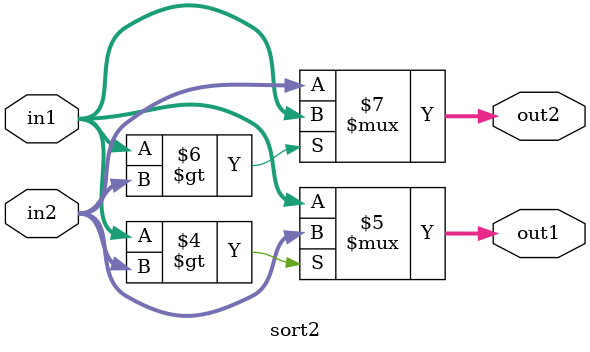
<source format=v>
module qsort
#(  parameter pADDR_WIDTH = 12,
    parameter pnext_ARRAYIDTH = 32
)
(
    input   wire                     axis_clk,
    input   wire                     axis_rst_n,
    
    // ap_start from DMA
    input   wire                     qsort_start_whole,
    output   wire                     qsort_done_whole,
    /////output   wire                     QS_idle,

    // Data in (AXI-Stream)
    input   wire                     ss_tvalid, 
    input   wire [(pnext_ARRAYIDTH-1):0] ss_tdata, 
    input   wire                     ss_tlast,
    output  reg                     ss_tready,

    // Data out (AXI-Stream)
    input   wire                     sm_tready, 
    output  reg                     sm_tvalid, 
    output  reg [(pnext_ARRAYIDTH-1):0] sm_tdata
    //output  wire                     sm_tlast, //not used
);

// Design By SamChang
localparam IDLE = 3'd0;
localparam WAIT_HANDSHAKE = 3'd1;
localparam LOAD_ARRAY= 3'd2;
localparam SORT_ARRAY= 3'd3;
localparam OUTPUT_ARRAY = 3'd4;
localparam DONE = 3'd5;


wire QS_start; // modified
wire QS_done; // modified
wire QS_idle; // modified
assign qsort_done_whole=QS_idle; // modified

reg ss_tready_before_FF;
reg sm_tvalid_before_FF;
reg [(pnext_ARRAYIDTH-1):0] sm_tdata_before_FF;

reg         [3:0]           n_state;
reg         [3:0]           c_state;

reg         [4:0]           cnt_IO, next_cnt_IO; //for 10 cycles
reg         [3:0]           cnt_sort, next_cnt_sort; //for 7 cycles

reg   [(pnext_ARRAYIDTH-1):0]  ARRAY[0:9],next_ARRAY[0:9];
reg   [(pnext_ARRAYIDTH-1):0] sort_in1 [0:4], sort_in2 [0:4];
wire  [(pnext_ARRAYIDTH-1):0] sort_out1 [0:4], sort_out2 [0:4]; 



///////////////////////////////////////// (For test) /////////////////////////////////////////
    //wire test1;
    wire [31:0] ARRAY0;
    wire [31:0] ARRAY1;
    wire [31:0] ARRAY2;
    wire [31:0] ARRAY3;
    wire [31:0] ARRAY4;
    wire [31:0] ARRAY5;
    wire [31:0] ARRAY6;
    wire [31:0] ARRAY7;
    wire [31:0] ARRAY8;
    wire [31:0] ARRAY9;


    assign ARRAY0=ARRAY[0];
    assign ARRAY1=ARRAY[1];
    assign ARRAY2=ARRAY[2];
    assign ARRAY3=ARRAY[3];
    assign ARRAY4=ARRAY[4];
    assign ARRAY5=ARRAY[5];
    assign ARRAY6=ARRAY[6];
    assign ARRAY7=ARRAY[7];
    assign ARRAY8=ARRAY[8];
    assign ARRAY9=ARRAY[9];

    //////////////////////////////////////////////////////////////////////////////////////////////


assign QS_start = (ss_tvalid && ss_tready) ? 1:0;
assign QS_done = (sm_tvalid && sm_tready) ? 1:0;
assign QS_idle = (c_state == DONE) ? 1:0;

integer i;
genvar g;
generate
    for (g=0; g<5; g=g+1) begin
        sort2 sort(
            .in1(sort_in1[g]),
            .in2(sort_in2[g]),
            .out1(sort_out1[g]),
            .out2(sort_out2[g])
        );
    end
endgenerate


/////////////////////////////////////////////
///Sorting Engine
/////////////////////////////////////////////
always @(*)begin
   if (c_state == SORT_ARRAY) begin // ref : https://bertdobbelaere.github.io/sorting_networks.html#N11L35D8
        case (cnt_sort)
            0: begin
                //[(0,1),(2,5),(3,6),(4,7),(8,9)]
                sort_in1[0] = ARRAY[0];
                sort_in2[0] = ARRAY[1];
                next_ARRAY[0] = sort_out1[0];
                next_ARRAY[1] = sort_out2[0];

                sort_in1[1] = ARRAY[2];
                sort_in2[1] = ARRAY[5];
                next_ARRAY[2] = sort_out1[1];
                next_ARRAY[5] = sort_out2[1];

                sort_in1[2] = ARRAY[3];
                sort_in2[2] = ARRAY[6];
                next_ARRAY[3] = sort_out1[2];
                next_ARRAY[6] = sort_out2[2];

                sort_in1[3] = ARRAY[4];
                sort_in2[3] = ARRAY[7];
                next_ARRAY[4] = sort_out1[3];
                next_ARRAY[7] = sort_out2[3];

                sort_in1[4] = ARRAY[8];
                sort_in2[4] = ARRAY[9];
                next_ARRAY[8] = sort_out1[4];
                next_ARRAY[9] = sort_out2[4];
            end
            1:begin
                //[(0,6),(1,8),(2,4),(3,9),(5,7)]
                sort_in1[0] = ARRAY[0];
                sort_in2[0] = ARRAY[6];
                next_ARRAY[0] = sort_out1[0];
                next_ARRAY[6] = sort_out2[0];

                sort_in1[1] = ARRAY[1];
                sort_in2[1] = ARRAY[8];
                next_ARRAY[1] = sort_out1[1];
                next_ARRAY[8] = sort_out2[1];

                sort_in1[2] = ARRAY[2];
                sort_in2[2] = ARRAY[4];
                next_ARRAY[2] = sort_out1[2];
                next_ARRAY[4] = sort_out2[2];

                sort_in1[3] = ARRAY[3];
                sort_in2[3] = ARRAY[9];
                next_ARRAY[3] = sort_out1[3];
                next_ARRAY[9] = sort_out2[3];

                sort_in1[4] = ARRAY[5];
                sort_in2[4] = ARRAY[7];
                next_ARRAY[5] = sort_out1[4];
                next_ARRAY[7] = sort_out2[4];
            end 
            2:begin
                //[(0,2),(1,3),(4,5),(6,8),(7,9)]
                sort_in1[0] = ARRAY[0];
                sort_in2[0] = ARRAY[2];
                next_ARRAY[0] = sort_out1[0];
                next_ARRAY[2] = sort_out2[0];

                sort_in1[1] = ARRAY[1];
                sort_in2[1] = ARRAY[3];
                next_ARRAY[1] = sort_out1[1];
                next_ARRAY[3] = sort_out2[1];

                sort_in1[2] = ARRAY[4];
                sort_in2[2] = ARRAY[5];
                next_ARRAY[4] = sort_out1[2];
                next_ARRAY[5] = sort_out2[2];

                sort_in1[3] = ARRAY[6];
                sort_in2[3] = ARRAY[8];
                next_ARRAY[6] = sort_out1[3];
                next_ARRAY[8] = sort_out2[3];

                sort_in1[4] = ARRAY[7];
                sort_in2[4] = ARRAY[9];
                next_ARRAY[7] = sort_out1[4];
                next_ARRAY[9] = sort_out2[4];
            end
            3:begin
                //[(0,1),(2,7),(3,5),(4,6),(8,9)]
                sort_in1[0] = ARRAY[0];
                sort_in2[0] = ARRAY[1];
                next_ARRAY[0] = sort_out1[0];
                next_ARRAY[1] = sort_out2[0];

                sort_in1[1] = ARRAY[2];
                sort_in2[1] = ARRAY[7];
                next_ARRAY[2] = sort_out1[1];
                next_ARRAY[7] = sort_out2[1];

                sort_in1[2] = ARRAY[3];
                sort_in2[2] = ARRAY[5];
                next_ARRAY[3] = sort_out1[2];
                next_ARRAY[5] = sort_out2[2];

                sort_in1[3] = ARRAY[4];
                sort_in2[3] = ARRAY[6];
                next_ARRAY[4] = sort_out1[3];
                next_ARRAY[6] = sort_out2[3];

                sort_in1[4] = ARRAY[8];
                sort_in2[4] = ARRAY[9];
                next_ARRAY[8] = sort_out1[4];
                next_ARRAY[9] = sort_out2[4];
            end
            4:begin
                //[(1,2),(3,4),(5,6),(7,8)]
                sort_in1[0] = ARRAY[1];
                sort_in2[0] = ARRAY[2];
                next_ARRAY[1] = sort_out1[0];
                next_ARRAY[2] = sort_out2[0];

                sort_in1[1] = ARRAY[3];
                sort_in2[1] = ARRAY[4];
                next_ARRAY[3] = sort_out1[1];
                next_ARRAY[4] = sort_out2[1];

                sort_in1[2] = ARRAY[5];
                sort_in2[2] = ARRAY[6];
                next_ARRAY[5] = sort_out1[2];
                next_ARRAY[6] = sort_out2[2];

                sort_in1[3] = ARRAY[7];
                sort_in2[3] = ARRAY[8];
                next_ARRAY[7] = sort_out1[3];
                next_ARRAY[8] = sort_out2[3];
            end
            5:begin
                //[(1,3),(2,4),(5,7),(6,8)]
                sort_in1[0] = ARRAY[1];
                sort_in2[0] = ARRAY[3];
                next_ARRAY[1] = sort_out1[0];
                next_ARRAY[3] = sort_out2[0];

                sort_in1[1] = ARRAY[2];
                sort_in2[1] = ARRAY[4];
                next_ARRAY[2] = sort_out1[1];
                next_ARRAY[4] = sort_out2[1];

                sort_in1[2] = ARRAY[5];
                sort_in2[2] = ARRAY[7];
                next_ARRAY[5] = sort_out1[2];
                next_ARRAY[7] = sort_out2[2];

                sort_in1[3] = ARRAY[6];
                sort_in2[3] = ARRAY[8];
                next_ARRAY[6] = sort_out1[3];
                next_ARRAY[8] = sort_out2[3];
            end
            6:begin
                //[(2,3),(4,5),(6,7)]
                sort_in1[0] = ARRAY[2];
                sort_in2[0] = ARRAY[3];
                next_ARRAY[2] = sort_out1[0];
                next_ARRAY[3] = sort_out2[0];

                sort_in1[1] = ARRAY[4];
                sort_in2[1] = ARRAY[5];
                next_ARRAY[4] = sort_out1[1];
                next_ARRAY[5] = sort_out2[1];

                sort_in1[2] = ARRAY[6];
                sort_in2[2] = ARRAY[7];
                next_ARRAY[6] = sort_out1[2];
                next_ARRAY[7] = sort_out2[2];
            end

        endcase
   end

end


/////////////////////////////////////////////
///FSM
/////////////////////////////////////////////
always @(*) begin
    for(i=0;i<10;i=i+1)
            next_ARRAY[i] = ARRAY[i];
    case(c_state)
        //0
        IDLE: begin // modified
            sm_tvalid_before_FF=0;
            sm_tdata_before_FF=0;
            next_cnt_IO=0;
            next_cnt_sort=0;
            
            if(qsort_start_whole) begin // ap_start
                n_state = LOAD_ARRAY;
                ss_tready_before_FF=1;
            end
            else begin
                n_state = IDLE;
                ss_tready_before_FF=0;
            end
        end
        WAIT_HANDSHAKE:begin
            ss_tready_before_FF=1;
            sm_tvalid_before_FF=0;
            sm_tdata_before_FF=0;
            next_cnt_IO=0;
            next_cnt_sort=0;

            if(QS_start) begin // ss handshake
                n_state = LOAD_ARRAY;
            end
            else begin
                n_state = WAIT_HANDSHAKE;
            end
        end
        
       LOAD_ARRAY:begin
            ss_tready_before_FF=1;
            sm_tvalid_before_FF=0;
            sm_tdata_before_FF=0;
            next_cnt_sort=0;
            next_ARRAY[cnt_IO]=ss_tdata;
            
            if(cnt_IO==4'd10) begin
                n_state = SORT_ARRAY; 
                next_cnt_IO=0;
            end
            else if(ss_tvalid) begin
                n_state = LOAD_ARRAY;
                next_cnt_IO = cnt_IO+1;
            end
            else begin
                n_state = LOAD_ARRAY;
                next_cnt_IO = cnt_IO;
            end
        end
        
        SORT_ARRAY:begin
            ss_tready_before_FF=0;
            sm_tvalid_before_FF=0;
            sm_tdata_before_FF=0;
            next_cnt_IO=0;
            
            if(cnt_sort==6) begin
                n_state = OUTPUT_ARRAY; 
                next_cnt_sort=0;
            end
            else begin
                n_state = SORT_ARRAY;
                next_cnt_sort = cnt_sort+1;
            end
        end
        
        OUTPUT_ARRAY:begin
            ss_tready_before_FF=0;
            next_cnt_IO=0;
            if (QS_done) begin // sm handshake
                sm_tvalid_before_FF=0;
                sm_tdata_before_FF=0;
                ss_tready_before_FF=0;
                next_cnt_IO=cnt_IO+1;
                
                if(cnt_IO==4'd9) 
                    n_state = DONE;
                else 
                    n_state = OUTPUT_ARRAY;
            end
            else begin
                n_state = OUTPUT_ARRAY;
                ss_tready_before_FF=0;
                sm_tvalid_before_FF=1;
                next_cnt_IO=cnt_IO;
                next_cnt_sort=cnt_sort;
                sm_tdata_before_FF = ARRAY[cnt_IO];               
                
            end
        end
        DONE:begin
            n_state = DONE;
            ss_tready_before_FF=0;
            sm_tvalid_before_FF=0;
            sm_tdata_before_FF=0;
            next_cnt_IO=0;
            next_cnt_sort=0;
        end
        default : begin
            n_state = IDLE;
            ss_tready_before_FF=0;
            sm_tvalid_before_FF=0;
            sm_tdata_before_FF=0;
            next_cnt_IO=0;
            next_cnt_sort=0;
            
        end
    endcase
end

  //Sequential Circuit (FF)
  always @(posedge axis_clk or negedge axis_rst_n) begin
	if(!axis_rst_n) begin
	c_state <= IDLE;
        ss_tready <= 0;
        sm_tvalid <= 0;
        sm_tdata <= 0;
        
        for(i=0;i<10;i=i+1)
          ARRAY[i] <= 0;

        cnt_IO <= 0;
        cnt_sort <= 0;
	end
	else begin
	c_state <= n_state;
        ss_tready <= ss_tready_before_FF;
        sm_tvalid <= sm_tvalid_before_FF;
        sm_tdata <= sm_tdata_before_FF;
        
        for(i=0;i<10;i=i+1)
            ARRAY[i] <=next_ARRAY[i] ;
            
        cnt_IO <= next_cnt_IO;
        cnt_sort <= next_cnt_sort;
	end
  end
endmodule


module sort2(
    input wire [31:0] in1,
    input wire [31:0] in2,
    output wire [31:0] out1,
    output wire [31:0] out2
);

assign out1 = (in1 > in2) ? in2 : in1;
assign out2 = (in1 > in2) ? in1 : in2;

endmodule

</source>
